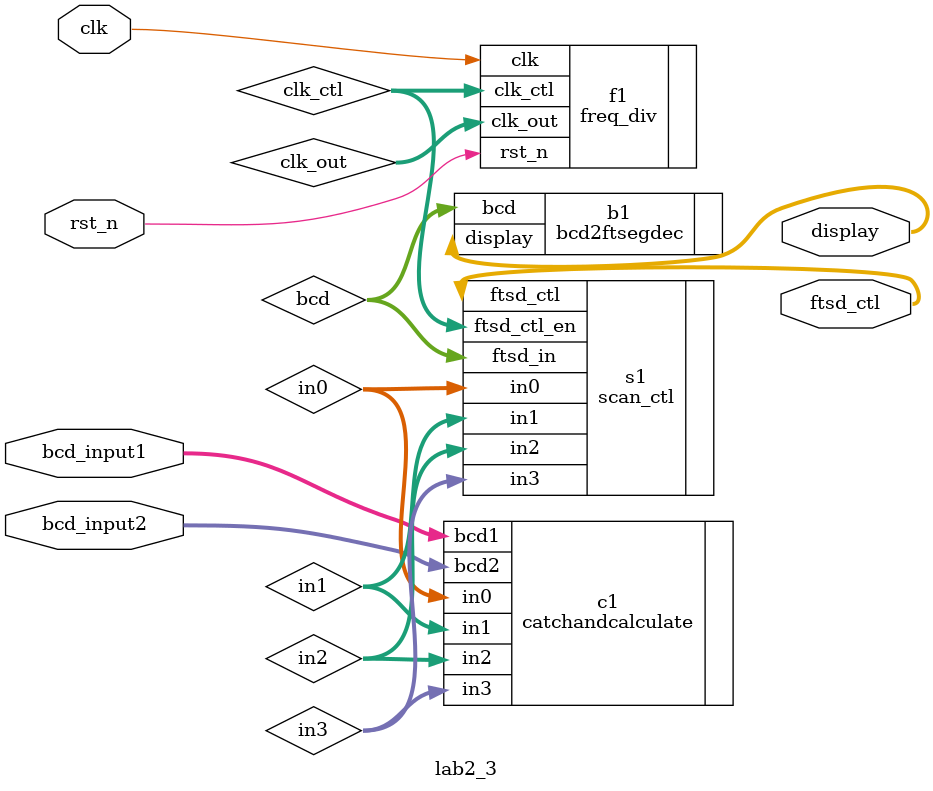
<source format=v>
`timescale 1ns / 1ps
module lab2_3(
	input clk,
	input rst_n,
	output [3:0] ftsd_ctl,
	output [14:0] display,
	input [3:0] bcd_input1,bcd_input2

    );
wire [3:0] bcd;
wire [1:0] clk_ctl;
wire [3:0] in0, in1, in2, in3;
wire [1:0] clk_out;


bcd2ftsegdec b1( 
	.display(display), // 14-segment display output
	.bcd(bcd) // BCD input
	);

scan_ctl s1(
	.ftsd_ctl(ftsd_ctl), // ftsd display control signal 
	.ftsd_in(bcd), // output to ftsd display
	.in0(in0), // 1st input
	.in1(in1), // 2nd input
	.in2(in2), // 3rd input
	.in3(in3), // 4th input
	.ftsd_ctl_en(clk_ctl) // divided clock for scan control
	);
freq_div f1(
	.clk_ctl(clk_ctl), // divided clock output
	.clk(clk), // global clock input
	.rst_n(rst_n),	// active low reset
	.clk_out(clk_out)
	);
catchandcalculate c1(
	.bcd1(bcd_input1),  //input
	.bcd2(bcd_input2),
	.in0(in0),   //output
	.in1(in1),	//output
	.in2(in2),//output
	.in3(in3)//output

    );

endmodule

</source>
